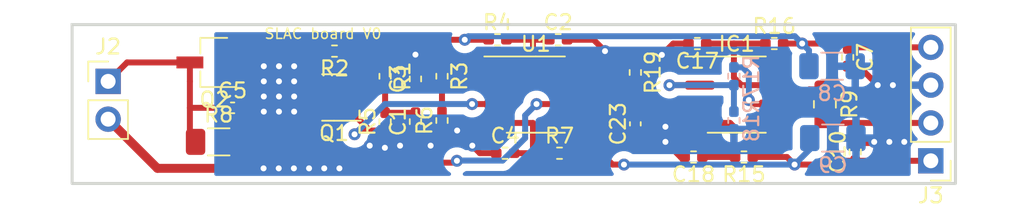
<source format=kicad_pcb>
(kicad_pcb (version 20221018) (generator pcbnew)
  (layers (0 "F.Cu" signal) (31 "B.Cu" signal) (34 "B.Paste" user) (35 "F.Paste" user) (36 "B.SilkS" user "B.Silkscreen") (37 "F.SilkS" user "F.Silkscreen") (38 "B.Mask" user) (39 "F.Mask" user) (44 "Edge.Cuts" user))
  (net 0 "")
  (net 1 "GND")
  (net 2 "Net-(C1-Pad2)")
  (net 3 "Net-(U1-V+)")
  (net 4 "Net-(U1--)")
  (net 5 "Net-(U1-V-)")
  (net 6 "Vcc")
  (net 7 "Vdd")
  (net 8 "Net-(IC1-+VS)")
  (net 9 "Net-(IC1--VS)")
  (net 10 "Net-(Q1-D)")
  (net 11 "Net-(Q1-S)")
  (net 12 "Net-(J2-Pin_1)")
  (net 13 "Net-(IC1-VOUT)")
  (net 14 "Vout")
  (net 15 "Net-(IC1-VIN-)")
  (net 16 "Net-(IC1-VIN+)")
  (net 20 "Net-(C23-Pad1)")
  (footprint "Resistor_SMD:R_0402_1005Metric_Pad0.72x0.64mm_HandSolder" (layer "F.Cu") (at 139.716 107.861 90)
    (fp_text reference "R5" (at 0 -1.17 90) (layer "F.SilkS"))
    (fp_text value "453")
    (fp_line (start -0.167621 -0.38) (end 0.167621 -0.38) (stroke (width 0.12)) (layer "F.SilkS"))
    (fp_line (start -0.167621 0.38) (end 0.167621 0.38) (stroke (width 0.12)) (layer "F.SilkS"))
    (pad "1" smd roundrect (at -0.5975 0 90) (size 0.715 0.64) (layers "F.Cu" "F.Paste" "F.Mask") (net 10 "Net-(Q1-D)"))
    (pad "2" smd roundrect (at 0.5975 0 90) (size 0.715 0.64) (layers "F.Cu" "F.Paste" "F.Mask") (net 2 "Net-(C1-Pad2)"))
  )
  (footprint "Resistor_SMD:R_0402_1005Metric_Pad0.72x0.64mm_HandSolder" (layer "F.Cu") (at 147.7545 109.9825)
    (fp_text reference "C4" (at 0 -1.17) (layer "F.SilkS"))
    (fp_text value "2.2u")
    (fp_line (start -0.167621 -0.38) (end 0.167621 -0.38) (stroke (width 0.12)) (layer "F.SilkS"))
    (fp_line (start -0.167621 0.38) (end 0.167621 0.38) (stroke (width 0.12)) (layer "F.SilkS"))
    (pad "1" smd roundrect (at -0.5975 0) (size 0.715 0.64) (layers "F.Cu" "F.Paste" "F.Mask") (net 1 "GND"))
    (pad "2" smd roundrect (at 0.5975 0) (size 0.715 0.64) (layers "F.Cu" "F.Paste" "F.Mask") (net 5 "Net-(U1-V-)"))
  )
  (footprint "Resistor_SMD:R_0402_1005Metric_Pad0.72x0.64mm_HandSolder" (layer "F.Cu") (at 141.748 107.861 90)
    (fp_text reference "C1" (at 0 -1.17 90) (layer "F.SilkS"))
    (fp_text value "2.2u")
    (fp_line (start -0.167621 -0.38) (end 0.167621 -0.38) (stroke (width 0.12)) (layer "F.SilkS"))
    (fp_line (start -0.167621 0.38) (end 0.167621 0.38) (stroke (width 0.12)) (layer "F.SilkS"))
    (pad "1" smd roundrect (at -0.5975 0 90) (size 0.715 0.64) (layers "F.Cu" "F.Paste" "F.Mask") (net 1 "GND"))
    (pad "2" smd roundrect (at 0.5975 0 90) (size 0.715 0.64) (layers "F.Cu" "F.Paste" "F.Mask") (net 2 "Net-(C1-Pad2)"))
  )
  (footprint "Resistor_SMD:R_0402_1005Metric_Pad0.72x0.64mm_HandSolder" (layer "F.Cu") (at 170.704 103.543 -90)
    (fp_text reference "C7" (at 0 -1.17 90) (layer "F.SilkS"))
    (fp_text value "100nF")
    (fp_line (start -0.167621 -0.38) (end 0.167621 -0.38) (stroke (width 0.12)) (layer "F.SilkS"))
    (fp_line (start -0.167621 0.38) (end 0.167621 0.38) (stroke (width 0.12)) (layer "F.SilkS"))
    (pad "1" smd roundrect (at -0.5975 0 270) (size 0.715 0.64) (layers "F.Cu" "F.Paste" "F.Mask") (net 6 "Vcc"))
    (pad "2" smd roundrect (at 0.5975 0 270) (size 0.715 0.64) (layers "F.Cu" "F.Paste" "F.Mask") (net 1 "GND"))
  )
  (footprint "Package_SO:SOIC-8_3.9x4.9mm_P1.27mm" (layer "F.Cu") (at 163.273 106.0455)
    (fp_text reference "IC1" (at 0 -3.4) (layer "F.SilkS"))
    (fp_text value "OPA656U")
    (fp_line (start 0 -2.56) (end -3.45 -2.56) (stroke (width 0.12)) (layer "F.SilkS"))
    (fp_line (start 0 -2.56) (end 1.95 -2.56) (stroke (width 0.12)) (layer "F.SilkS"))
    (fp_line (start 0 2.56) (end -1.95 2.56) (stroke (width 0.12)) (layer "F.SilkS"))
    (fp_line (start 0 2.56) (end 1.95 2.56) (stroke (width 0.12)) (layer "F.SilkS"))
    (pad "1" smd roundrect (at -2.475 -1.905) (size 1.95 0.6) (layers "F.Cu" "F.Paste" "F.Mask"))
    (pad "2" smd roundrect (at -2.475 -0.635) (size 1.95 0.6) (layers "F.Cu" "F.Paste" "F.Mask") (net 15 "Net-(IC1-VIN-)"))
    (pad "3" smd roundrect (at -2.475 0.635) (size 1.95 0.6) (layers "F.Cu" "F.Paste" "F.Mask") (net 16 "Net-(IC1-VIN+)"))
    (pad "4" smd roundrect (at -2.475 1.905) (size 1.95 0.6) (layers "F.Cu" "F.Paste" "F.Mask") (net 9 "Net-(IC1--VS)"))
    (pad "5" smd roundrect (at 2.475 1.905) (size 1.95 0.6) (layers "F.Cu" "F.Paste" "F.Mask"))
    (pad "6" smd roundrect (at 2.475 0.635) (size 1.95 0.6) (layers "F.Cu" "F.Paste" "F.Mask") (net 13 "Net-(IC1-VOUT)"))
    (pad "7" smd roundrect (at 2.475 -0.635) (size 1.95 0.6) (layers "F.Cu" "F.Paste" "F.Mask") (net 8 "Net-(IC1-+VS)"))
    (pad "8" smd roundrect (at 2.475 -1.905) (size 1.95 0.6) (layers "F.Cu" "F.Paste" "F.Mask"))
  )
  (footprint "Resistor_SMD:R_0402_1005Metric_Pad0.72x0.64mm_HandSolder" (layer "F.Cu") (at 141.748 104.992 90)
    (fp_text reference "C3" (at 0 -1.17 90) (layer "F.SilkS"))
    (fp_text value "2.2u")
    (fp_line (start -0.167621 -0.38) (end 0.167621 -0.38) (stroke (width 0.12)) (layer "F.SilkS"))
    (fp_line (start -0.167621 0.38) (end 0.167621 0.38) (stroke (width 0.12)) (layer "F.SilkS"))
    (pad "1" smd roundrect (at -0.5975 0 90) (size 0.715 0.64) (layers "F.Cu" "F.Paste" "F.Mask") (net 4 "Net-(U1--)"))
    (pad "2" smd roundrect (at 0.5975 0 90) (size 0.715 0.64) (layers "F.Cu" "F.Paste" "F.Mask") (net 1 "GND"))
  )
  (footprint "Resistor_SMD:R_0402_1005Metric_Pad0.72x0.64mm_HandSolder" (layer "F.Cu") (at 163.7565 110.2365 180)
    (fp_text reference "R15" (at 0 -1.17) (layer "F.SilkS"))
    (fp_text value "22.1")
    (fp_line (start -0.167621 -0.38) (end 0.167621 -0.38) (stroke (width 0.12)) (layer "F.SilkS"))
    (fp_line (start -0.167621 0.38) (end 0.167621 0.38) (stroke (width 0.12)) (layer "F.SilkS"))
    (pad "1" smd roundrect (at -0.5975 0 180) (size 0.715 0.64) (layers "F.Cu" "F.Paste" "F.Mask") (net 7 "Vdd"))
    (pad "2" smd roundrect (at 0.5975 0 180) (size 0.715 0.64) (layers "F.Cu" "F.Paste" "F.Mask") (net 9 "Net-(IC1--VS)"))
  )
  (footprint "Connector_PinHeader_2.54mm:PinHeader_1x02_P2.54mm_Vertical" (layer "F.Cu") (at 121.158 105.156)
    (fp_text reference "J2" (at 0 -2.33) (layer "F.SilkS"))
    (fp_text value "Conn_01x02_Pin")
    (fp_line (start -1.33 -1.33) (end 0 -1.33) (stroke (width 0.12)) (layer "F.SilkS"))
    (fp_line (start -1.33 0) (end -1.33 -1.33) (stroke (width 0.12)) (layer "F.SilkS"))
    (fp_line (start -1.33 1.27) (end -1.33 3.87) (stroke (width 0.12)) (layer "F.SilkS"))
    (fp_line (start -1.33 1.27) (end 1.33 1.27) (stroke (width 0.12)) (layer "F.SilkS"))
    (fp_line (start -1.33 3.87) (end 1.33 3.87) (stroke (width 0.12)) (layer "F.SilkS"))
    (fp_line (start 1.33 1.27) (end 1.33 3.87) (stroke (width 0.12)) (layer "F.SilkS"))
    (pad "1" thru_hole rect (at 0 0) (size 1.7 1.7) (drill 1) (layers "*.Cu" "*.Mask") (net 12 "Net-(J2-Pin_1)"))
    (pad "2" thru_hole oval (at 0 2.54) (size 1.7 1.7) (drill 1) (layers "*.Cu" "*.Mask") (net 1 "GND"))
  )
  (footprint "Package_SO:SOIC-8_3.9x4.9mm_P1.27mm" (layer "F.Cu") (at 149.811 106.0455)
    (fp_text reference "U1" (at 0 -3.4) (layer "F.SilkS"))
    (fp_text value "LM6171D")
    (fp_line (start 0 -2.56) (end -3.45 -2.56) (stroke (width 0.12)) (layer "F.SilkS"))
    (fp_line (start 0 -2.56) (end 1.95 -2.56) (stroke (width 0.12)) (layer "F.SilkS"))
    (fp_line (start 0 2.56) (end -1.95 2.56) (stroke (width 0.12)) (layer "F.SilkS"))
    (fp_line (start 0 2.56) (end 1.95 2.56) (stroke (width 0.12)) (layer "F.SilkS"))
    (pad "1" smd roundrect (at -2.475 -1.905) (size 1.95 0.6) (layers "F.Cu" "F.Paste" "F.Mask"))
    (pad "2" smd roundrect (at -2.475 -0.635) (size 1.95 0.6) (layers "F.Cu" "F.Paste" "F.Mask") (net 4 "Net-(U1--)"))
    (pad "3" smd roundrect (at -2.475 0.635) (size 1.95 0.6) (layers "F.Cu" "F.Paste" "F.Mask") (net 10 "Net-(Q1-D)"))
    (pad "4" smd roundrect (at -2.475 1.905) (size 1.95 0.6) (layers "F.Cu" "F.Paste" "F.Mask") (net 5 "Net-(U1-V-)"))
    (pad "5" smd roundrect (at 2.475 1.905) (size 1.95 0.6) (layers "F.Cu" "F.Paste" "F.Mask"))
    (pad "6" smd roundrect (at 2.475 0.635) (size 1.95 0.6) (layers "F.Cu" "F.Paste" "F.Mask") (net 20 "Net-(C23-Pad1)"))
    (pad "7" smd roundrect (at 2.475 -0.635) (size 1.95 0.6) (layers "F.Cu" "F.Paste" "F.Mask") (net 3 "Net-(U1-V+)"))
    (pad "8" smd roundrect (at 2.475 -1.905) (size 1.95 0.6) (layers "F.Cu" "F.Paste" "F.Mask"))
  )
  (footprint "Capacitor_SMD:C_0402_1005Metric_Pad0.74x0.62mm_HandSolder" (layer "F.Cu") (at 129.4965 106.9345)
    (fp_text reference "C5" (at 0 -1.16) (layer "F.SilkS"))
    (fp_text value "0.5pF 500R07S1R0BV4T")
    (fp_line (start -0.115835 -0.36) (end 0.115835 -0.36) (stroke (width 0.12)) (layer "F.SilkS"))
    (fp_line (start -0.115835 0.36) (end 0.115835 0.36) (stroke (width 0.12)) (layer "F.SilkS"))
    (pad "1" smd roundrect (at -0.5675 0) (size 0.735 0.62) (layers "F.Cu" "F.Paste" "F.Mask") (net 12 "Net-(J2-Pin_1)"))
    (pad "2" smd roundrect (at 0.5675 0) (size 0.735 0.62) (layers "F.Cu" "F.Paste" "F.Mask") (net 20 "Net-(C23-Pad1)"))
  )
  (footprint "Resistor_SMD:R_0805_2012Metric_Pad1.20x1.40mm_HandSolder" (layer "F.Cu") (at 169.18 106.6965 -90)
    (fp_text reference "R9" (at 0 -1.65 90) (layer "F.SilkS"))
    (fp_text value "49.9")
    (fp_line (start -0.227064 -0.735) (end 0.227064 -0.735) (stroke (width 0.12)) (layer "F.SilkS"))
    (fp_line (start -0.227064 0.735) (end 0.227064 0.735) (stroke (width 0.12)) (layer "F.SilkS"))
    (pad "1" smd roundrect (at -1 0 270) (size 1.2 1.4) (layers "F.Cu" "F.Paste" "F.Mask") (roundrect_rratio 0.208333) (net 13 "Net-(IC1-VOUT)"))
    (pad "2" smd roundrect (at 1 0 270) (size 1.2 1.4) (layers "F.Cu" "F.Paste" "F.Mask") (roundrect_rratio 0.208333) (net 14 "Vout"))
  )
  (footprint "Package_TO_SOT_SMD:SC-59_Handsoldering" (layer "F.Cu") (at 128.286 103.8865 180)
    (fp_text reference "Q2" (at 0 -2.5) (layer "F.SilkS"))
    (fp_text value "2SK932-23-TB-E")
    (fp_line (start -1.45 -1.65) (end 0.95 -1.65) (stroke (width 0.12)) (layer "F.SilkS"))
    (fp_line (start -0.85 1.65) (end 0.95 1.65) (stroke (width 0.12)) (layer "F.SilkS"))
    (fp_line (start 0.95 -1.65) (end 0.95 -0.6) (stroke (width 0.12)) (layer "F.SilkS"))
    (fp_line (start 0.95 1.65) (end 0.95 0.6) (stroke (width 0.12)) (layer "F.SilkS"))
    (pad "1" smd rect (at -1.65 -0.95 180) (size 1.8 0.8) (layers "F.Cu" "F.Paste" "F.Mask") (net 1 "GND"))
    (pad "2" smd rect (at -1.65 0.95 180) (size 1.8 0.8) (layers "F.Cu" "F.Paste" "F.Mask") (net 11 "Net-(Q1-S)"))
    (pad "3" smd rect (at 1.65 0 180) (size 1.8 0.8) (layers "F.Cu" "F.Paste" "F.Mask") (net 12 "Net-(J2-Pin_1)"))
  )
  (footprint "Resistor_SMD:R_0402_1005Metric_Pad0.72x0.64mm_HandSolder" (layer "F.Cu") (at 151.3105 102.3625)
    (fp_text reference "C2" (at 0 -1.17) (layer "F.SilkS"))
    (fp_text value "2.2u")
    (fp_line (start -0.167621 -0.38) (end 0.167621 -0.38) (stroke (width 0.12)) (layer "F.SilkS"))
    (fp_line (start -0.167621 0.38) (end 0.167621 0.38) (stroke (width 0.12)) (layer "F.SilkS"))
    (pad "1" smd roundrect (at -0.5975 0) (size 0.715 0.64) (layers "F.Cu" "F.Paste" "F.Mask") (net 3 "Net-(U1-V+)"))
    (pad "2" smd roundrect (at 0.5975 0) (size 0.715 0.64) (layers "F.Cu" "F.Paste" "F.Mask") (net 1 "GND"))
  )
  (footprint "Connector_PinHeader_2.54mm:PinHeader_1x04_P2.54mm_Vertical" (layer "F.Cu") (at 176.276 110.4905 180)
    (fp_text reference "J3" (at 0 -2.33) (layer "F.SilkS"))
    (fp_text value "Conn_01x04_Pin")
    (fp_line (start -1.33 -1.33) (end 0 -1.33) (stroke (width 0.12)) (layer "F.SilkS"))
    (fp_line (start -1.33 0) (end -1.33 -1.33) (stroke (width 0.12)) (layer "F.SilkS"))
    (fp_line (start -1.33 1.27) (end -1.33 8.95) (stroke (width 0.12)) (layer "F.SilkS"))
    (fp_line (start -1.33 1.27) (end 1.33 1.27) (stroke (width 0.12)) (layer "F.SilkS"))
    (fp_line (start -1.33 8.95) (end 1.33 8.95) (stroke (width 0.12)) (layer "F.SilkS"))
    (fp_line (start 1.33 1.27) (end 1.33 8.95) (stroke (width 0.12)) (layer "F.SilkS"))
    (pad "1" thru_hole rect (at 0 0 180) (size 1.7 1.7) (drill 1) (layers "*.Cu" "*.Mask") (net 7 "Vdd"))
    (pad "2" thru_hole oval (at 0 2.54 180) (size 1.7 1.7) (drill 1) (layers "*.Cu" "*.Mask") (net 14 "Vout"))
    (pad "3" thru_hole oval (at 0 5.08 180) (size 1.7 1.7) (drill 1) (layers "*.Cu" "*.Mask") (net 1 "GND"))
    (pad "4" thru_hole oval (at 0 7.62 180) (size 1.7 1.7) (drill 1) (layers "*.Cu" "*.Mask") (net 6 "Vcc"))
  )
  (footprint "Capacitor_SMD:C_0402_1005Metric_Pad0.74x0.62mm_HandSolder" (layer "F.Cu") (at 156.48 108.01 90)
    (fp_text reference "C23" (at 0 -1.16 90) (layer "F.SilkS"))
    (fp_text value "2.2u")
    (fp_line (start -0.115835 -0.36) (end 0.115835 -0.36) (stroke (width 0.12)) (layer "F.SilkS"))
    (fp_line (start -0.115835 0.36) (end 0.115835 0.36) (stroke (width 0.12)) (layer "F.SilkS"))
    (pad "1" smd roundrect (at -0.5675 0 90) (size 0.735 0.62) (layers "F.Cu" "F.Paste" "F.Mask") (net 20 "Net-(C23-Pad1)"))
    (pad "2" smd roundrect (at 0.5675 0 90) (size 0.735 0.62) (layers "F.Cu" "F.Paste" "F.Mask") (net 16 "Net-(IC1-VIN+)"))
  )
  (footprint "Resistor_SMD:R_0402_1005Metric_Pad0.72x0.64mm_HandSolder" (layer "F.Cu") (at 139.716 104.813 -90)
    (fp_text reference "R1" (at 0 -1.17 90) (layer "F.SilkS"))
    (fp_text value "768")
    (fp_line (start -0.167621 -0.38) (end 0.167621 -0.38) (stroke (width 0.12)) (layer "F.SilkS"))
    (fp_line (start -0.167621 0.38) (end 0.167621 0.38) (stroke (width 0.12)) (layer "F.SilkS"))
    (pad "1" smd roundrect (at -0.5975 0 270) (size 0.715 0.64) (layers "F.Cu" "F.Paste" "F.Mask") (net 6 "Vcc"))
    (pad "2" smd roundrect (at 0.5975 0 270) (size 0.715 0.64) (layers "F.Cu" "F.Paste" "F.Mask") (net 2 "Net-(C1-Pad2)"))
  )
  (footprint "Resistor_SMD:R_0402_1005Metric_Pad0.72x0.64mm_HandSolder" (layer "F.Cu") (at 143.526 107.786 90)
    (fp_text reference "R6" (at 0 -1.17 90) (layer "F.SilkS"))
    (fp_text value "6.19k")
    (fp_line (start -0.167621 -0.38) (end 0.167621 -0.38) (stroke (width 0.12)) (layer "F.SilkS"))
    (fp_line (start -0.167621 0.38) (end 0.167621 0.38) (stroke (width 0.12)) (layer "F.SilkS"))
    (pad "1" smd roundrect (at -0.5975 0 90) (size 0.715 0.64) (layers "F.Cu" "F.Paste" "F.Mask") (net 1 "GND"))
    (pad "2" smd roundrect (at 0.5975 0 90) (size 0.715 0.64) (layers "F.Cu" "F.Paste" "F.Mask") (net 4 "Net-(U1--)"))
  )
  (footprint "Resistor_SMD:R_0402_1005Metric_Pad0.72x0.64mm_HandSolder" (layer "F.Cu") (at 165.7885 102.6165)
    (fp_text reference "R16" (at 0 -1.17) (layer "F.SilkS"))
    (fp_text value "22.1")
    (fp_line (start -0.167621 -0.38) (end 0.167621 -0.38) (stroke (width 0.12)) (layer "F.SilkS"))
    (fp_line (start -0.167621 0.38) (end 0.167621 0.38) (stroke (width 0.12)) (layer "F.SilkS"))
    (pad "1" smd roundrect (at -0.5975 0) (size 0.715 0.64) (layers "F.Cu" "F.Paste" "F.Mask") (net 8 "Net-(IC1-+VS)"))
    (pad "2" smd roundrect (at 0.5975 0) (size 0.715 0.64) (layers "F.Cu" "F.Paste" "F.Mask") (net 6 "Vcc"))
  )
  (footprint "Resistor_SMD:R_1206_3216Metric_Pad1.30x1.75mm_HandSolder" (layer "F.Cu") (at 128.566 109.2205)
    (fp_text reference "R8" (at 0 -1.82) (layer "F.SilkS"))
    (fp_text value "1G")
    (fp_line (start -0.727064 -0.91) (end 0.727064 -0.91) (stroke (width 0.12)) (layer "F.SilkS"))
    (fp_line (start -0.727064 0.91) (end 0.727064 0.91) (stroke (width 0.12)) (layer "F.SilkS"))
    (pad "1" smd roundrect (at -1.55 0) (size 1.3 1.75) (layers "F.Cu" "F.Paste" "F.Mask") (roundrect_rratio 0.192308) (net 12 "Net-(J2-Pin_1)"))
    (pad "2" smd roundrect (at 1.55 0) (size 1.3 1.75) (layers "F.Cu" "F.Paste" "F.Mask") (roundrect_rratio 0.192308) (net 20 "Net-(C23-Pad1)"))
  )
  (footprint "Resistor_SMD:R_0402_1005Metric_Pad0.72x0.64mm_HandSolder" (layer "F.Cu") (at 143.526 104.813 -90)
    (fp_text reference "R3" (at 0 -1.17 90) (layer "F.SilkS"))
    (fp_text value "6.81k")
    (fp_line (start -0.167621 -0.38) (end 0.167621 -0.38) (stroke (width 0.12)) (layer "F.SilkS"))
    (fp_line (start -0.167621 0.38) (end 0.167621 0.38) (stroke (width 0.12)) (layer "F.SilkS"))
    (pad "1" smd roundrect (at -0.5975 0 270) (size 0.715 0.64) (layers "F.Cu" "F.Paste" "F.Mask") (net 6 "Vcc"))
    (pad "2" smd roundrect (at 0.5975 0 270) (size 0.715 0.64) (layers "F.Cu" "F.Paste" "F.Mask") (net 4 "Net-(U1--)"))
  )
  (footprint "Resistor_SMD:R_0402_1005Metric_Pad0.72x0.64mm_HandSolder" (layer "F.Cu") (at 160.6335 102.6165 180)
    (fp_text reference "C17" (at 0 -1.17) (layer "F.SilkS"))
    (fp_text value "2.2uF")
    (fp_line (start -0.167621 -0.38) (end 0.167621 -0.38) (stroke (width 0.12)) (layer "F.SilkS"))
    (fp_line (start -0.167621 0.38) (end 0.167621 0.38) (stroke (width 0.12)) (layer "F.SilkS"))
    (pad "1" smd roundrect (at -0.5975 0 180) (size 0.715 0.64) (layers "F.Cu" "F.Paste" "F.Mask") (net 8 "Net-(IC1-+VS)"))
    (pad "2" smd roundrect (at 0.5975 0 180) (size 0.715 0.64) (layers "F.Cu" "F.Paste" "F.Mask") (net 1 "GND"))
  )
  (footprint "Resistor_SMD:R_0402_1005Metric_Pad0.72x0.64mm_HandSolder" (layer "F.Cu") (at 147.2465 102.3625)
    (fp_text reference "R4" (at 0 -1.17) (layer "F.SilkS"))
    (fp_text value "22.1")
    (fp_line (start -0.167621 -0.38) (end 0.167621 -0.38) (stroke (width 0.12)) (layer "F.SilkS"))
    (fp_line (start -0.167621 0.38) (end 0.167621 0.38) (stroke (width 0.12)) (layer "F.SilkS"))
    (pad "1" smd roundrect (at -0.5975 0) (size 0.715 0.64) (layers "F.Cu" "F.Paste" "F.Mask") (net 6 "Vcc"))
    (pad "2" smd roundrect (at 0.5975 0) (size 0.715 0.64) (layers "F.Cu" "F.Paste" "F.Mask") (net 3 "Net-(U1-V+)"))
  )
  (footprint "Resistor_SMD:R_0402_1005Metric_Pad0.72x0.64mm_HandSolder" (layer "F.Cu") (at 136.3245 103.1245 180)
    (fp_text reference "R2" (at 0 -1.17) (layer "F.SilkS"))
    (fp_text value "1.96k")
    (fp_line (start -0.167621 -0.38) (end 0.167621 -0.38) (stroke (width 0.12)) (layer "F.SilkS"))
    (fp_line (start -0.167621 0.38) (end 0.167621 0.38) (stroke (width 0.12)) (layer "F.SilkS"))
    (pad "1" smd roundrect (at -0.5975 0 180) (size 0.715 0.64) (layers "F.Cu" "F.Paste" "F.Mask") (net 6 "Vcc"))
    (pad "2" smd roundrect (at 0.5975 0 180) (size 0.715 0.64) (layers "F.Cu" "F.Paste" "F.Mask") (net 11 "Net-(Q1-S)"))
  )
  (footprint "Resistor_SMD:R_0402_1005Metric_Pad0.72x0.64mm_HandSolder" (layer "F.Cu") (at 156.48 104.559 -90)
    (fp_text reference "R19" (at 0 -1.17 90) (layer "F.SilkS"))
    (fp_text value "511k")
    (fp_line (start -0.167621 -0.38) (end 0.167621 -0.38) (stroke (width 0.12)) (layer "F.SilkS"))
    (fp_line (start -0.167621 0.38) (end 0.167621 0.38) (stroke (width 0.12)) (layer "F.SilkS"))
    (pad "1" smd roundrect (at -0.5975 0 270) (size 0.715 0.64) (layers "F.Cu" "F.Paste" "F.Mask") (net 1 "GND"))
    (pad "2" smd roundrect (at 0.5975 0 270) (size 0.715 0.64) (layers "F.Cu" "F.Paste" "F.Mask") (net 16 "Net-(IC1-VIN+)"))
  )
  (footprint "Resistor_SMD:R_0402_1005Metric_Pad0.72x0.64mm_HandSolder" (layer "F.Cu") (at 160.3795 110.2365 180)
    (fp_text reference "C18" (at 0 -1.17) (layer "F.SilkS"))
    (fp_text value "2.2uF")
    (fp_line (start -0.167621 -0.38) (end 0.167621 -0.38) (stroke (width 0.12)) (layer "F.SilkS"))
    (fp_line (start -0.167621 0.38) (end 0.167621 0.38) (stroke (width 0.12)) (layer "F.SilkS"))
    (pad "1" smd roundrect (at -0.5975 0 180) (size 0.715 0.64) (layers "F.Cu" "F.Paste" "F.Mask") (net 9 "Net-(IC1--VS)"))
    (pad "2" smd roundrect (at 0.5975 0 180) (size 0.715 0.64) (layers "F.Cu" "F.Paste" "F.Mask") (net 1 "GND"))
  )
  (footprint "Package_TO_SOT_SMD:SOT-23-3" (layer "F.Cu") (at 136.2925 106.2385 180)
    (fp_text reference "Q1" (at 0 -2.4) (layer "F.SilkS"))
    (fp_text value "MMBFJ310LT1G")
    (fp_line (start 0 -1.56) (end -1.8 -1.56) (stroke (width 0.12)) (layer "F.SilkS"))
    (fp_line (start 0 -1.56) (end 0.8 -1.56) (stroke (width 0.12)) (layer "F.SilkS"))
    (fp_line (start 0 1.56) (end -0.8 1.56) (stroke (width 0.12)) (layer "F.SilkS"))
    (fp_line (start 0 1.56) (end 0.8 1.56) (stroke (width 0.12)) (layer "F.SilkS"))
    (pad "1" smd roundrect (at -1.1375 -0.95 180) (size 1.325 0.6) (layers "F.Cu" "F.Paste" "F.Mask") (net 10 "Net-(Q1-D)"))
    (pad "2" smd roundrect (at -1.1375 0.95 180) (size 1.325 0.6) (layers "F.Cu" "F.Paste" "F.Mask") (net 11 "Net-(Q1-S)"))
    (pad "3" smd roundrect (at 1.1375 0 180) (size 1.325 0.6) (layers "F.Cu" "F.Paste" "F.Mask") (net 1 "GND"))
  )
  (footprint "Resistor_SMD:R_0402_1005Metric_Pad0.72x0.64mm_HandSolder" (layer "F.Cu") (at 151.4 109.9825)
    (fp_text reference "R7" (at 0 -1.17) (layer "F.SilkS"))
    (fp_text value "22.1")
    (fp_line (start -0.167621 -0.38) (end 0.167621 -0.38) (stroke (width 0.12)) (layer "F.SilkS"))
    (fp_line (start -0.167621 0.38) (end 0.167621 0.38) (stroke (width 0.12)) (layer "F.SilkS"))
    (pad "1" smd roundrect (at -0.5975 0) (size 0.715 0.64) (layers "F.Cu" "F.Paste" "F.Mask") (net 5 "Net-(U1-V-)"))
    (pad "2" smd roundrect (at 0.5975 0) (size 0.715 0.64) (layers "F.Cu" "F.Paste" "F.Mask") (net 7 "Vdd"))
  )
  (footprint "Resistor_SMD:R_0402_1005Metric_Pad0.72x0.64mm_HandSolder" (layer "F.Cu") (at 171.212 109.893 90)
    (fp_text reference "C10" (at 0 -1.17 90) (layer "F.SilkS"))
    (fp_text value "100nF")
    (fp_line (start -0.167621 -0.38) (end 0.167621 -0.38) (stroke (width 0.12)) (layer "F.SilkS"))
    (fp_line (start -0.167621 0.38) (end 0.167621 0.38) (stroke (width 0.12)) (layer "F.SilkS"))
    (pad "1" smd roundrect (at -0.5975 0 90) (size 0.715 0.64) (layers "F.Cu" "F.Paste" "F.Mask") (net 7 "Vdd"))
    (pad "2" smd roundrect (at 0.5975 0 90) (size 0.715 0.64) (layers "F.Cu" "F.Paste" "F.Mask") (net 1 "GND"))
  )
  (footprint "Resistor_SMD:R_1206_3216Metric_Pad1.30x1.75mm_HandSolder" (layer "B.Cu") (at 169.662 104.1405)
    (fp_text reference "C8" (at 0 1.82) (layer "B.SilkS") (effects (justify mirror)))
    (fp_text value "22uF")
    (fp_line (start -0.727064 -0.91) (end 0.727064 -0.91) (stroke (width 0.12)) (layer "B.SilkS"))
    (fp_line (start -0.727064 0.91) (end 0.727064 0.91) (stroke (width 0.12)) (layer "B.SilkS"))
    (pad "1" smd roundrect (at -1.55 0) (size 1.3 1.75) (layers "B.Cu" "B.Paste" "B.Mask") (roundrect_rratio 0.192308) (net 6 "Vcc"))
    (pad "2" smd roundrect (at 1.55 0) (size 1.3 1.75) (layers "B.Cu" "B.Paste" "B.Mask") (roundrect_rratio 0.192308) (net 1 "GND"))
  )
  (footprint "Resistor_SMD:R_0402_1005Metric_Pad0.72x0.64mm_HandSolder" (layer "B.Cu") (at 163.084 104.813 90)
    (fp_text reference "R17" (at 0 1.17 90) (layer "B.SilkS") (effects (justify mirror)))
    (fp_text value "255")
    (fp_line (start -0.167621 -0.38) (end 0.167621 -0.38) (stroke (width 0.12)) (layer "B.SilkS"))
    (fp_line (start -0.167621 0.38) (end 0.167621 0.38) (stroke (width 0.12)) (layer "B.SilkS"))
    (pad "1" smd roundrect (at -0.5975 0 90) (size 0.715 0.64) (layers "B.Cu" "B.Paste" "B.Mask") (net 15 "Net-(IC1-VIN-)"))
    (pad "2" smd roundrect (at 0.5975 0 90) (size 0.715 0.64) (layers "B.Cu" "B.Paste" "B.Mask") (net 13 "Net-(IC1-VOUT)"))
  )
  (footprint "Resistor_SMD:R_1206_3216Metric_Pad1.30x1.75mm_HandSolder" (layer "B.Cu") (at 169.714 108.9665)
    (fp_text reference "C9" (at 0 1.82) (layer "B.SilkS") (effects (justify mirror)))
    (fp_text value "22uF")
    (fp_line (start -0.727064 -0.91) (end 0.727064 -0.91) (stroke (width 0.12)) (layer "B.SilkS"))
    (fp_line (start -0.727064 0.91) (end 0.727064 0.91) (stroke (width 0.12)) (layer "B.SilkS"))
    (pad "1" smd roundrect (at -1.55 0) (size 1.3 1.75) (layers "B.Cu" "B.Paste" "B.Mask") (roundrect_rratio 0.192308) (net 7 "Vdd"))
    (pad "2" smd roundrect (at 1.55 0) (size 1.3 1.75) (layers "B.Cu" "B.Paste" "B.Mask") (roundrect_rratio 0.192308) (net 1 "GND"))
  )
  (footprint "Resistor_SMD:R_0402_1005Metric_Pad0.72x0.64mm_HandSolder" (layer "B.Cu") (at 163.084 107.786 90)
    (fp_text reference "R18" (at 0 1.17 90) (layer "B.SilkS") (effects (justify mirror)))
    (fp_text value "255")
    (fp_line (start -0.167621 -0.38) (end 0.167621 -0.38) (stroke (width 0.12)) (layer "B.SilkS"))
    (fp_line (start -0.167621 0.38) (end 0.167621 0.38) (stroke (width 0.12)) (layer "B.SilkS"))
    (pad "1" smd roundrect (at -0.5975 0 90) (size 0.715 0.64) (layers "B.Cu" "B.Paste" "B.Mask") (net 1 "GND"))
    (pad "2" smd roundrect (at 0.5975 0 90) (size 0.715 0.64) (layers "B.Cu" "B.Paste" "B.Mask") (net 15 "Net-(IC1-VIN-)"))
  )
  (gr_rect (start 118.745 101.346) (end 177.927 112.014) (stroke (width 0.2)) (fill none) (layer "Edge.Cuts"))
  (gr_text "SLAC board V0" (at 131.572 102.362) (layer "F.SilkS") (effects (font (size 0.7 0.7) (thickness 0.1)) (justify left bottom)))
  (segment (start 141.748 104.3945) (end 141.748 103.362) (width 0.4) (layer "F.Cu") (net 1))
  (segment (start 143.601 108.4585) (end 143.526 108.3835) (width 0.4) (layer "F.Cu") (net 1))
  (segment (start 131.268 104.8365) (end 131.588 105.1565) (width 0.4) (layer "F.Cu") (net 1))
  (segment (start 172.482 109.2205) (end 173.498 109.2205) (width 0.4) (layer "F.Cu") (net 1))
  (segment (start 146.066 109.9825) (end 145.558 109.4745) (width 0.4) (layer "F.Cu") (net 1))
  (segment (start 124.46 110.998) (end 121.158 107.696) (width 0.6) (layer "F.Cu") (net 1))
  (segment (start 134.112 110.998) (end 135.382 110.998) (width 0.6) (layer "F.Cu") (net 1))
  (segment (start 159.782 110.2365) (end 159.5125 110.2365) (width 0.4) (layer "F.Cu") (net 1))
  (segment (start 156.405 103.8865) (end 156.48 103.9615) (width 0.4) (layer "F.Cu") (net 1))
  (segment (start 132.842 110.998) (end 134.112 110.998) (width 0.6) (layer "F.Cu") (net 1))
  (segment (start 131.572 110.998) (end 124.46 110.998) (width 0.6) (layer "F.Cu") (net 1))
  (segment (start 172.72 105.41) (end 173.736 105.41) (width 0.4) (layer "F.Cu") (net 1))
  (segment (start 147.157 109.9825) (end 146.066 109.9825) (width 0.4) (layer "F.Cu") (net 1))
  (segment (start 139.7 109.6155) (end 140.5745 109.6155) (width 0.4) (layer "F.Cu") (net 1))
  (segment (start 159.5125 110.2365) (end 158.496 109.22) (width 0.4) (layer "F.Cu") (net 1))
  (segment (start 156.48 103.9615) (end 155.285 103.9615) (width 0.4) (layer "F.Cu") (net 1))
  (segment (start 151.908 102.3625) (end 153.686 102.3625) (width 0.4) (layer "F.Cu") (net 1))
  (segment (start 138.8255 109.6155) (end 138.684 109.474) (width 0.4) (layer "F.Cu") (net 1))
  (segment (start 145.558 109.4745) (end 144.542 108.4585) (width 0.4) (layer "F.Cu") (net 1))
  (segment (start 174.4975 109.2205) (end 174.498 109.22) (width 0.4) (layer "F.Cu") (net 1))
  (segment (start 171.4505 104.1405) (end 172.72 105.41) (width 0.4) (layer "F.Cu") (net 1))
  (segment (start 176.2755 105.41) (end 176.276 105.4105) (width 0.4) (layer "F.Cu") (net 1))
  (segment (start 173.498 109.2205) (end 174.4975 109.2205) (width 0.4) (layer "F.Cu") (net 1))
  (segment (start 153.686 102.3625) (end 154.448 103.1245) (width 0.4) (layer "F.Cu") (net 1))
  (segment (start 158.496 109.22) (end 158.496 108.204) (width 0.4) (layer "F.Cu") (net 1))
  (segment (start 159.02 102.6165) (end 158.258 103.3785) (width 0.4) (layer "F.Cu") (net 1))
  (segment (start 155.285 103.9615) (end 154.448 103.1245) (width 0.4) (layer "F.Cu") (net 1))
  (segment (start 170.704 104.1405) (end 171.4505 104.1405) (width 0.4) (layer "F.Cu") (net 1))
  (segment (start 143.526 108.3835) (end 142.764 108.3835) (width 0.4) (layer "F.Cu") (net 1))
  (segment (start 140.5745 109.6155) (end 140.716 109.474) (width 0.4) (layer "F.Cu") (net 1))
  (segment (start 171.212 109.2955) (end 172.407 109.2955) (width 0.4) (layer "F.Cu") (net 1))
  (segment (start 141.823 108.3835) (end 141.748 108.4585) (width 0.4) (layer "F.Cu") (net 1))
  (segment (start 173.736 105.41) (end 176.2755 105.41) (width 0.4) (layer "F.Cu") (net 1))
  (segment (start 135.636 110.998) (end 136.652 110.998) (width 0.6) (layer "F.Cu") (net 1))
  (segment (start 139.5585 109.474) (end 139.7 109.6155) (width 0.4) (layer "F.Cu") (net 1))
  (segment (start 144.542 108.4585) (end 143.601 108.4585) (width 0.4) (layer "F.Cu") (net 1))
  (segment (start 142.764 108.3835) (end 142.764 109.4745) (width 0.4) (layer "F.Cu") (net 1))
  (segment (start 133.686 106.2385) (end 133.62 106.1725) (width 0.4) (layer "F.Cu") (net 1))
  (segment (start 139.7 109.6155) (end 138.8255 109.6155) (width 0.4) (layer "F.Cu") (net 1))
  (segment (start 172.407 109.2955) (end 172.482 109.2205) (width 0.4) (layer "F.Cu") (net 1))
  (segment (start 142.764 108.3835) (end 141.823 108.3835) (width 0.4) (layer "F.Cu") (net 1))
  (segment (start 129.936 104.8365) (end 131.268 104.8365) (width 0.4) (layer "F.Cu") (net 1))
  (segment (start 160.036 102.6165) (end 159.02 102.6165) (width 0.4) (layer "F.Cu") (net 1))
  (segment (start 131.572 110.998) (end 132.842 110.998) (width 0.6) (layer "F.Cu") (net 1))
  (via (at 136.652 110.998) (size 0.8) (drill 0.4) (layers "F.Cu" "B.Cu") (net 1))
  (via (at 135.636 110.998) (size 0.8) (drill 0.4) (layers "F.Cu" "B.Cu") (net 1))
  (via (at 133.62 106.1725) (size 0.8) (drill 0.4) (layers "F.Cu" "B.Cu") (net 1))
  (via (at 158.496 108.204) (size 0.8) (drill 0.4) (layers "F.Cu" "B.Cu") (net 1))
  (via (at 132.604 106.1725) (size 0.8) (drill 0.4) (layers "F.Cu" "B.Cu") (net 1))
  (via (at 174.498 109.22) (size 0.8) (drill 0.4) (layers "F.Cu" "B.Cu") (net 1))
  (via (at 173.498 109.2205) (size 0.8) (drill 0.4) (layers "F.Cu" "B.Cu") (net 1))
  (via (at 131.588 106.1725) (size 0.8) (drill 0.4) (layers "F.Cu" "B.Cu") (net 1))
  (via (at 134.62 110.998) (size 0.8) (drill 0.4) (layers "F.Cu" "B.Cu") (net 1))
  (via (at 132.604 104.1405) (size 0.8) (drill 0.4) (layers "F.Cu" "B.Cu") (net 1))
  (via (at 139.7 109.6155) (size 0.8) (drill 0.4) (layers "F.Cu" "B.Cu") (net 1))
  (via (at 158.258 103.3785) (size 0.8) (drill 0.4) (layers "F.Cu" "B.Cu") (net 1))
  (via (at 131.588 104.1405) (size 0.8) (drill 0.4) (layers "F.Cu" "B.Cu") (net 1))
  (via (at 140.716 109.474) (size 0.8) (drill 0.4) (layers "F.Cu" "B.Cu") (net 1))
  (via (at 133.604 110.998) (size 0.8) (drill 0.4) (layers "F.Cu" "B.Cu") (net 1))
  (via (at 154.448 103.1245) (size 0.8) (drill 0.4) (layers "F.Cu" "B.Cu") (net 1))
  (via (at 142.764 109.4745) (size 0.8) (drill 0.4) (layers "F.Cu" "B.Cu") (net 1))
  (via (at 158.496 109.22) (size 0.8) (drill 0.4) (layers "F.Cu" "B.Cu") (net 1))
  (via (at 131.588 105.1565) (size 0.8) (drill 0.4) (layers "F.Cu" "B.Cu") (net 1))
  (via (at 131.588 107.1885) (size 0.8) (drill 0.4) (layers "F.Cu" "B.Cu") (net 1))
  (via (at 131.572 110.998) (size 0.8) (drill 0.4) (layers "F.Cu" "B.Cu") (net 1))
  (via (at 144.542 108.4585) (size 0.8) (drill 0.4) (layers "F.Cu" "B.Cu") (net 1))
  (via (at 145.558 109.4745) (size 0.8) (drill 0.4) (layers "F.Cu" "B.Cu") (net 1))
  (via (at 141.748 103.362) (size 0.8) (drill 0.4) (layers "F.Cu" "B.Cu") (net 1))
  (via (at 172.72 105.41) (size 0.8) (drill 0.4) (layers "F.Cu" "B.Cu") (net 1))
  (via (at 138.684 109.474) (size 0.8) (drill 0.4) (layers "F.Cu" "B.Cu") (net 1))
  (via (at 133.62 105.1565) (size 0.8) (drill 0.4) (layers "F.Cu" "B.Cu") (net 1))
  (via (at 132.588 110.998) (size 0.8) (drill 0.4) (layers "F.Cu" "B.Cu") (net 1))
  (via (at 172.482 109.2205) (size 0.8) (drill 0.4) (layers "F.Cu" "B.Cu") (net 1))
  (via (at 133.62 104.1405) (size 0.8) (drill 0.4) (layers "F.Cu" "B.Cu") (net 1))
  (via (at 132.604 107.1885) (size 0.8) (drill 0.4) (layers "F.Cu" "B.Cu") (net 1))
  (via (at 173.736 105.41) (size 0.8) (drill 0.4) (layers "F.Cu" "B.Cu") (net 1))
  (via (at 132.604 105.1565) (size 0.8) (drill 0.4) (layers "F.Cu" "B.Cu") (net 1))
  (via (at 133.62 107.1885) (size 0.8) (drill 0.4) (layers "F.Cu" "B.Cu") (net 1))
  (segment (start 139.716 105.4105) (end 139.716 107.2635) (width 0.4) (layer "F.Cu") (net 2))
  (segment (start 139.716 107.2635) (end 141.748 107.2635) (width 0.4) (layer "F.Cu") (net 2))
  (segment (start 150.892 105.4105) (end 152.286 105.4105) (width 0.4) (layer "F.Cu") (net 3))
  (segment (start 149.622 102.3625) (end 150.713 102.3625) (width 0.4) (layer "F.Cu") (net 3))
  (segment (start 147.844 102.3625) (end 149.622 102.3625) (width 0.4) (layer "F.Cu") (net 3))
  (segment (start 149.622 102.3625) (end 149.622 104.1405) (width 0.4) (layer "F.Cu") (net 3))
  (segment (start 149.622 104.1405) (end 150.892 105.4105) (width 0.4) (layer "F.Cu") (net 3))
  (segment (start 143.347 105.5895) (end 143.526 105.4105) (width 0.4) (layer "F.Cu") (net 4))
  (segment (start 143.526 105.4105) (end 147.336 105.4105) (width 0.4) (layer "F.Cu") (net 4))
  (segment (start 143.526 105.4105) (end 143.526 107.1885) (width 0.4) (layer "F.Cu") (net 4))
  (segment (start 141.748 105.5895) (end 143.347 105.5895) (width 0.4) (layer "F.Cu") (net 4))
  (segment (start 149.622 107.9505) (end 149.622 109.9825) (width 0.4) (layer "F.Cu") (net 5))
  (segment (start 149.622 109.9825) (end 150.8025 109.9825) (width 0.4) (layer "F.Cu") (net 5))
  (segment (start 148.352 109.9825) (end 149.622 109.9825) (width 0.4) (layer "F.Cu") (net 5))
  (segment (start 147.336 107.9505) (end 149.622 107.9505) (width 0.4) (layer "F.Cu") (net 5))
  (segment (start 140.478 102.3625) (end 143.526 102.3625) (width 0.4) (layer "F.Cu") (net 6))
  (segment (start 166.386 102.6165) (end 167.656 102.6165) (width 0.4) (layer "F.Cu") (net 6))
  (segment (start 145.05 102.3625) (end 143.526 102.3625) (width 0.4) (layer "F.Cu") (net 6))
  (segment (start 170.375 102.6165) (end 170.704 102.9455) (width 0.4) (layer "F.Cu") (net 6))
  (segment (start 139.716 104.2155) (end 139.716 103.1245) (width 0.4) (layer "F.Cu") (net 6))
  (segment (start 176.276 102.8705) (end 170.779 102.8705) (width 0.4) (layer "F.Cu") (net 6))
  (segment (start 139.716 103.1245) (end 140.478 102.3625) (width 0.4) (layer "F.Cu") (net 6))
  (segment (start 138.625 103.1245) (end 139.716 104.2155) (width 0.4) (layer "F.Cu") (net 6))
  (segment (start 146.649 102.3625) (end 145.05 102.3625) (width 0.4) (layer "F.Cu") (net 6))
  (segment (start 170.779 102.8705) (end 170.704 102.9455) (width 0.4) (layer "F.Cu") (net 6))
  (segment (start 167.656 102.6165) (end 170.375 102.6165) (width 0.4) (layer "F.Cu") (net 6))
  (segment (start 136.922 103.1245) (end 138.625 103.1245) (width 0.4) (layer "F.Cu") (net 6))
  (segment (start 143.526 102.3625) (end 143.526 104.2155) (width 0.4) (layer "F.Cu") (net 6))
  (via (at 167.656 102.6165) (size 0.8) (drill 0.4) (layers "F.Cu" "B.Cu") (net 6))
  (via (at 145.05 102.3625) (size 0.8) (drill 0.4) (layers "F.Cu" "B.Cu") (net 6))
  (segment (start 168.112 104.1405) (end 168.112 103.0725) (width 0.4) (layer "B.Cu") (net 6))
  (segment (start 168.112 103.0725) (end 167.656 102.6165) (width 0.4) (layer "B.Cu") (net 6))
  (segment (start 145.288 102.1245) (end 145.05 102.3625) (width 0.4) (layer "B.Cu") (net 6))
  (segment (start 167.656 102.6165) (end 167.164 102.1245) (width 0.4) (layer "B.Cu") (net 6))
  (segment (start 167.164 102.1245) (end 145.288 102.1245) (width 0.4) (layer "B.Cu") (net 6))
  (segment (start 176.276 110.4905) (end 171.212 110.4905) (width 0.4) (layer "F.Cu") (net 7))
  (segment (start 169.18 110.7445) (end 167.148 110.7445) (width 0.4) (layer "F.Cu") (net 7))
  (segment (start 154.194 109.9825) (end 154.702 110.4905) (width 0.4) (layer "F.Cu") (net 7))
  (segment (start 154.702 110.4905) (end 154.956 110.7445) (width 0.4) (layer "F.Cu") (net 7))
  (segment (start 164.354 110.2365) (end 166.64 110.2365) (width 0.4) (layer "F.Cu") (net 7))
  (segment (start 166.64 110.2365) (end 167.148 110.7445) (width 0.4) (layer "F.Cu") (net 7))
  (segment (start 151.9975 109.9825) (end 154.194 109.9825) (width 0.4) (layer "F.Cu") (net 7))
  (segment (start 171.212 110.4905) (end 169.434 110.4905) (width 0.4) (layer "F.Cu") (net 7))
  (segment (start 169.434 110.4905) (end 169.18 110.7445) (width 0.4) (layer "F.Cu") (net 7))
  (segment (start 154.956 110.7445) (end 155.718 110.7445) (width 0.4) (layer "F.Cu") (net 7))
  (via (at 167.148 110.7445) (size 0.8) (drill 0.4) (layers "F.Cu" "B.Cu") (net 7))
  (via (at 155.718 110.7445) (size 0.8) (drill 0.4) (layers "F.Cu" "B.Cu") (net 7))
  (segment (start 168.418 109.2205) (end 168.418 109.4745) (width 0.4) (layer "B.Cu") (net 7))
  (segment (start 155.718 110.7445) (end 165.37 110.7445) (width 0.4) (layer "B.Cu") (net 7))
  (segment (start 165.37 110.7445) (end 167.148 110.7445) (width 0.4) (layer "B.Cu") (net 7))
  (segment (start 168.164 108.9665) (end 168.164 109.7285) (width 0.4) (layer "B.Cu") (net 7))
  (segment (start 166.894 110.4905) (end 167.148 110.7445) (width 0.4) (layer "B.Cu") (net 7))
  (segment (start 168.164 109.7285) (end 167.148 110.7445) (width 0.4) (layer "B.Cu") (net 7))
  (segment (start 163.084 104.9025) (end 163.592 105.4105) (width 0.4) (layer "F.Cu") (net 8))
  (segment (start 163.084 102.6165) (end 163.084 104.9025) (width 0.4) (layer "F.Cu") (net 8))
  (segment (start 163.592 105.4105) (end 165.748 105.4105) (width 0.4) (layer "F.Cu") (net 8))
  (segment (start 163.084 102.6165) (end 165.191 102.6165) (width 0.4) (layer "F.Cu") (net 8))
  (segment (start 161.231 102.6165) (end 163.084 102.6165) (width 0.4) (layer "F.Cu") (net 8))
  (segment (start 163.084 108.2045) (end 163.084 110.1615) (width 0.4) (layer "F.Cu") (net 9))
  (segment (start 163.159 110.2365) (end 160.977 110.2365) (width 0.4) (layer "F.Cu") (net 9))
  (segment (start 163.084 110.1615) (end 163.159 110.2365) (width 0.4) (layer "F.Cu") (net 9))
  (segment (start 160.798 107.9505) (end 162.83 107.9505) (width 0.4) (layer "F.Cu") (net 9))
  (segment (start 162.83 107.9505) (end 163.084 108.2045) (width 0.4) (layer "F.Cu") (net 9))
  (segment (start 147.3355 106.68) (end 147.336 106.6805) (width 0.4) (layer "F.Cu") (net 10))
  (segment (start 138.7 108.4585) (end 139.716 108.4585) (width 0.4) (layer "F.Cu") (net 10))
  (segment (start 138.7 108.4585) (end 137.9215 108.4585) (width 0.4) (layer "F.Cu") (net 10))
  (segment (start 137.43 107.1885) (end 138.7 108.4585) (width 0.4) (layer "F.Cu") (net 10))
  (segment (start 145.542 106.68) (end 147.3355 106.68) (width 0.4) (layer "F.Cu") (net 10))
  (segment (start 137.9215 108.4585) (end 137.668 108.712) (width 0.4) (layer "F.Cu") (net 10))
  (via (at 145.542 106.68) (size 0.8) (drill 0.4) (layers "F.Cu" "B.Cu") (net 10))
  (via (at 137.668 108.712) (size 0.8) (drill 0.4) (layers "F.Cu" "B.Cu") (net 10))
  (segment (start 139.7 106.68) (end 145.542 106.68) (width 0.4) (layer "B.Cu") (net 10))
  (segment (start 137.668 108.712) (end 139.7 106.68) (width 0.4) (layer "B.Cu") (net 10))
  (segment (start 135.6285 102.9365) (end 135.8165 103.1245) (width 0.4) (layer "F.Cu") (net 11))
  (segment (start 135.727 103.723) (end 135.727 103.1245) (width 0.4) (layer "F.Cu") (net 11))
  (segment (start 136.144 104.14) (end 135.727 103.723) (width 0.4) (layer "F.Cu") (net 11))
  (segment (start 137.43 105.2885) (end 137.43 104.664) (width 0.4) (layer "F.Cu") (net 11))
  (segment (start 136.906 104.14) (end 136.144 104.14) (width 0.4) (layer "F.Cu") (net 11))
  (segment (start 129.936 102.9365) (end 135.6285 102.9365) (width 0.4) (layer "F.Cu") (net 11))
  (segment (start 137.43 104.664) (end 136.906 104.14) (width 0.4) (layer "F.Cu") (net 11))
  (segment (start 126.636 105.1565) (end 126.636 106.9345) (width 0.4) (layer "F.Cu") (net 12))
  (segment (start 122.4275 103.8865) (end 121.158 105.156) (width 0.4) (layer "F.Cu") (net 12))
  (segment (start 126.636 103.8865) (end 122.4275 103.8865) (width 0.4) (layer "F.Cu") (net 12))
  (segment (start 128.929 106.9345) (end 126.636 106.9345) (width 0.4) (layer "F.Cu") (net 12))
  (segment (start 126.636 103.8865) (end 126.636 105.1565) (width 0.4) (layer "F.Cu") (net 12))
  (segment (start 126.636 108.8405) (end 127.016 109.2205) (width 0.4) (layer "F.Cu") (net 12))
  (segment (start 126.636 106.9345) (end 126.636 108.8405) (width 0.4) (layer "F.Cu") (net 12))
  (segment (start 167.148 106.6805) (end 168.132 105.6965) (width 0.4) (layer "F.Cu") (net 13))
  (segment (start 168.132 105.6965) (end 169.18 105.6965) (width 0.4) (layer "F.Cu") (net 13))
  (segment (start 165.748 106.6805) (end 167.148 106.6805) (width 0.4) (layer "F.Cu") (net 13))
  (segment (start 164.354 106.6805) (end 164.0835 106.41) (width 0.4) (layer "F.Cu") (net 13))
  (segment (start 165.748 106.6805) (end 164.354 106.6805) (width 0.4) (layer "F.Cu") (net 13))
  (via (at 164.0835 106.41) (size 0.8) (drill 0.4) (layers "F.Cu" "B.Cu") (net 13))
  (segment (start 164.0835 106.41) (end 164.0835 104.632) (width 0.4) (layer "B.Cu") (net 13))
  (segment (start 164.0835 104.632) (end 163.667 104.2155) (width 0.4) (layer "B.Cu") (net 13))
  (segment (start 163.667 104.2155) (end 163.084 104.2155) (width 0.4) (layer "B.Cu") (net 13))
  (segment (start 169.434 107.9505) (end 169.18 107.6965) (width 0.4) (layer "F.Cu") (net 14))
  (segment (start 176.276 107.9505) (end 169.434 107.9505) (width 0.4) (layer "F.Cu") (net 14))
  (segment (start 160.798 105.4105) (end 158.766 105.4105) (width 0.4) (layer "F.Cu") (net 15))
  (via (at 158.766 105.4105) (size 0.8) (drill 0.4) (layers "F.Cu" "B.Cu") (net 15))
  (segment (start 163.084 105.4105) (end 158.766 105.4105) (width 0.4) (layer "B.Cu") (net 15))
  (segment (start 163.084 105.4105) (end 163.084 107.1885) (width 0.4) (layer "B.Cu") (net 15))
  (segment (start 156.48 106.6805) (end 156.48 107.4425) (width 0.4) (layer "F.Cu") (net 16))
  (segment (start 156.48 105.1565) (end 156.48 106.6805) (width 0.4) (layer "F.Cu") (net 16))
  (segment (start 160.798 106.6805) (end 156.48 106.6805) (width 0.4) (layer "F.Cu") (net 16))
  (segment (start 144.4005 110.6155) (end 137.7935 110.6155) (width 0.4) (layer "F.Cu") (net 20))
  (segment (start 156.48 108.5775) (end 155.583 108.5775) (width 0.4) (layer "F.Cu") (net 20))
  (segment (start 155.583 108.5775) (end 153.686 106.6805) (width 0.4) (layer "F.Cu") (net 20))
  (segment (start 130.064 106.9345) (end 130.064 109.1685) (width 0.25) (layer "F.Cu") (net 20))
  (segment (start 130.064 109.1685) (end 130.116 109.2205) (width 0.25) (layer "F.Cu") (net 20))
  (segment (start 136.3985 109.2205) (end 130.116 109.2205) (width 0.4) (layer "F.Cu") (net 20))
  (segment (start 152.286 106.6805) (end 149.8605 106.6805) (width 0.4) (layer "F.Cu") (net 20))
  (segment (start 149.8605 106.6805) (end 149.86 106.68) (width 0.4) (layer "F.Cu") (net 20))
  (segment (start 144.526 110.49) (end 144.4005 110.6155) (width 0.4) (layer "F.Cu") (net 20))
  (segment (start 153.686 106.6805) (end 152.286 106.6805) (width 0.4) (layer "F.Cu") (net 20))
  (segment (start 137.7935 110.6155) (end 136.3985 109.2205) (width 0.4) (layer "F.Cu") (net 20))
  (via (at 144.526 110.49) (size 0.8) (drill 0.4) (layers "F.Cu" "B.Cu") (net 20))
  (via (at 149.86 106.68) (size 0.8) (drill 0.4) (layers "F.Cu" "B.Cu") (net 20))
  (segment (start 144.5415 110.4745) (end 144.526 110.49) (width 0.4) (layer "B.Cu") (net 20))
  (segment (start 147.5895 110.4745) (end 144.5415 110.4745) (width 0.4) (layer "B.Cu") (net 20))
  (segment (start 149.098 108.966) (end 147.828 110.236) (width 0.4) (layer "B.Cu") (net 20))
  (segment (start 149.098 107.442) (end 149.098 108.458) (width 0.4) (layer "B.Cu") (net 20))
  (segment (start 147.828 110.236) (end 147.5895 110.4745) (width 0.4) (layer "B.Cu") (net 20))
  (segment (start 149.86 106.68) (end 149.098 107.442) (width 0.4) (layer "B.Cu") (net 20))
  (segment (start 149.098 108.458) (end 149.098 108.966) (width 0.4) (layer "B.Cu") (net 20))
  (zone (net 1) (net_name "GND") (layer "F.Cu") (connect_pads (clearance 0.5)) (min_thickness 0.25) (fill yes (thermal_gap 0.5) (thermal_bridge_width 0.5))
    (polygon (pts (xy 135.398 103.6325) (xy 131.334 103.6325) (xy 131.334 108.4585) (xy 135.398 108.4585)))
  )
  (zone (net 1) (net_name "GND") (layer "B.Cu") (priority 1) (connect_pads (clearance 0.5)) (min_thickness 0.25) (fill yes (thermal_gap 0.5) (thermal_bridge_width 0.5))
    (polygon (pts (xy 177.546 101.854) (xy 177.546 111.506) (xy 128.27 111.506) (xy 128.27 101.854)))
  )
)
</source>
